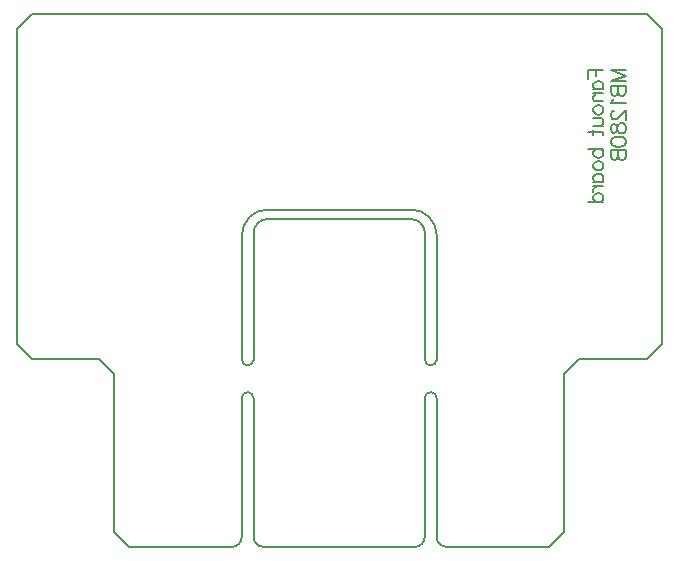
<source format=gbo>
G04 Layer_Color=32896*
%FSLAX43Y43*%
%MOMM*%
G71*
G01*
G75*
%ADD20C,0.127*%
%ADD48C,0.152*%
D20*
X33689Y-45085D02*
G03*
X34535Y-44239I0J846D01*
G01*
X20035D02*
G03*
X20881Y-45085I846J0D01*
G01*
X20035Y-32485D02*
G03*
X19035Y-32485I-500J0D01*
G01*
X18189Y-45085D02*
G03*
X19035Y-44239I-0J846D01*
G01*
X35535Y-32485D02*
G03*
X34535Y-32485I-500J0D01*
G01*
Y-29220D02*
G03*
X35535Y-29220I500J0D01*
G01*
Y-18669D02*
G03*
X33386Y-16520I-2149J0D01*
G01*
X34535Y-18510D02*
G03*
X33345Y-17320I-1190J0D01*
G01*
X21225D02*
G03*
X20035Y-18510I0J-1190D01*
G01*
X21229Y-16520D02*
G03*
X19035Y-18714I0J-2194D01*
G01*
Y-29220D02*
G03*
X20035Y-29220I500J0D01*
G01*
X35535Y-44239D02*
G03*
X36381Y-45085I846J0D01*
G01*
X54610Y-27940D02*
Y-1270D01*
X53340Y0D02*
X54610Y-1270D01*
X1270Y0D02*
X53340D01*
X46355Y-43815D02*
Y-30480D01*
X36381Y-45085D02*
X45085D01*
X46355Y-43815D01*
X8255D02*
Y-30480D01*
Y-43815D02*
X9525Y-45085D01*
X18189D01*
X0Y-27940D02*
Y-1270D01*
X1270Y0D01*
X20881Y-45085D02*
X33689D01*
X20035Y-44239D02*
Y-32520D01*
X19035Y-44239D02*
X19035Y-32520D01*
X35535D02*
X35535Y-44239D01*
X34535Y-44239D02*
Y-32520D01*
X46355Y-30480D02*
X47625Y-29210D01*
X53340D02*
X54610Y-27940D01*
X47625Y-29210D02*
X53340D01*
X0Y-27940D02*
X1270Y-29210D01*
X6985D01*
X8255Y-30480D01*
X35535Y-29220D02*
Y-18669D01*
X34535Y-29220D02*
Y-18510D01*
X21229Y-16520D02*
X33386D01*
X21225Y-17320D02*
X33345D01*
X20035Y-29220D02*
Y-18510D01*
X19035Y-29220D02*
Y-18714D01*
D48*
X50292Y-4699D02*
X51562D01*
X50292D02*
X51562Y-5183D01*
X50292Y-5666D02*
X51562Y-5183D01*
X50292Y-5666D02*
X51562D01*
X50292Y-6029D02*
X51562D01*
X50292D02*
Y-6573D01*
X50353Y-6755D01*
X50413Y-6815D01*
X50534Y-6876D01*
X50655D01*
X50776Y-6815D01*
X50836Y-6755D01*
X50897Y-6573D01*
Y-6029D02*
Y-6573D01*
X50957Y-6755D01*
X51018Y-6815D01*
X51139Y-6876D01*
X51320D01*
X51441Y-6815D01*
X51502Y-6755D01*
X51562Y-6573D01*
Y-6029D01*
X50534Y-7160D02*
X50474Y-7281D01*
X50292Y-7462D01*
X51562D01*
X50595Y-8151D02*
X50534D01*
X50413Y-8212D01*
X50353Y-8272D01*
X50292Y-8393D01*
Y-8635D01*
X50353Y-8756D01*
X50413Y-8817D01*
X50534Y-8877D01*
X50655D01*
X50776Y-8817D01*
X50957Y-8696D01*
X51562Y-8091D01*
Y-8937D01*
X50292Y-9524D02*
X50353Y-9343D01*
X50474Y-9282D01*
X50595D01*
X50716Y-9343D01*
X50776Y-9464D01*
X50836Y-9705D01*
X50897Y-9887D01*
X51018Y-10008D01*
X51139Y-10068D01*
X51320D01*
X51441Y-10008D01*
X51502Y-9947D01*
X51562Y-9766D01*
Y-9524D01*
X51502Y-9343D01*
X51441Y-9282D01*
X51320Y-9222D01*
X51139D01*
X51018Y-9282D01*
X50897Y-9403D01*
X50836Y-9584D01*
X50776Y-9826D01*
X50716Y-9947D01*
X50595Y-10008D01*
X50474D01*
X50353Y-9947D01*
X50292Y-9766D01*
Y-9524D01*
Y-10715D02*
X50353Y-10534D01*
X50534Y-10413D01*
X50836Y-10352D01*
X51018D01*
X51320Y-10413D01*
X51502Y-10534D01*
X51562Y-10715D01*
Y-10836D01*
X51502Y-11017D01*
X51320Y-11138D01*
X51018Y-11199D01*
X50836D01*
X50534Y-11138D01*
X50353Y-11017D01*
X50292Y-10836D01*
Y-10715D01*
Y-11483D02*
X51562D01*
X50292D02*
Y-12027D01*
X50353Y-12209D01*
X50413Y-12269D01*
X50534Y-12329D01*
X50655D01*
X50776Y-12269D01*
X50836Y-12209D01*
X50897Y-12027D01*
Y-11483D02*
Y-12027D01*
X50957Y-12209D01*
X51018Y-12269D01*
X51139Y-12329D01*
X51320D01*
X51441Y-12269D01*
X51502Y-12209D01*
X51562Y-12027D01*
Y-11483D01*
X48387Y-4699D02*
X49657D01*
X48387D02*
Y-5485D01*
X48992Y-4699D02*
Y-5183D01*
X48811Y-6356D02*
X49657D01*
X48992D02*
X48871Y-6235D01*
X48811Y-6114D01*
Y-5932D01*
X48871Y-5812D01*
X48992Y-5691D01*
X49173Y-5630D01*
X49294D01*
X49476Y-5691D01*
X49597Y-5812D01*
X49657Y-5932D01*
Y-6114D01*
X49597Y-6235D01*
X49476Y-6356D01*
X48811Y-6694D02*
X49657D01*
X49052D02*
X48871Y-6876D01*
X48811Y-6997D01*
Y-7178D01*
X48871Y-7299D01*
X49052Y-7359D01*
X49657D01*
X48811Y-7994D02*
X48871Y-7873D01*
X48992Y-7752D01*
X49173Y-7692D01*
X49294D01*
X49476Y-7752D01*
X49597Y-7873D01*
X49657Y-7994D01*
Y-8176D01*
X49597Y-8297D01*
X49476Y-8417D01*
X49294Y-8478D01*
X49173D01*
X48992Y-8417D01*
X48871Y-8297D01*
X48811Y-8176D01*
Y-7994D01*
Y-8756D02*
X49415D01*
X49597Y-8817D01*
X49657Y-8937D01*
Y-9119D01*
X49597Y-9240D01*
X49415Y-9421D01*
X48811D02*
X49657D01*
X48387Y-9935D02*
X49415D01*
X49597Y-9996D01*
X49657Y-10117D01*
Y-10237D01*
X48811Y-9754D02*
Y-10177D01*
X48387Y-11416D02*
X49657D01*
X48992D02*
X48871Y-11537D01*
X48811Y-11658D01*
Y-11840D01*
X48871Y-11961D01*
X48992Y-12082D01*
X49173Y-12142D01*
X49294D01*
X49476Y-12082D01*
X49597Y-11961D01*
X49657Y-11840D01*
Y-11658D01*
X49597Y-11537D01*
X49476Y-11416D01*
X48811Y-12716D02*
X48871Y-12595D01*
X48992Y-12475D01*
X49173Y-12414D01*
X49294D01*
X49476Y-12475D01*
X49597Y-12595D01*
X49657Y-12716D01*
Y-12898D01*
X49597Y-13019D01*
X49476Y-13140D01*
X49294Y-13200D01*
X49173D01*
X48992Y-13140D01*
X48871Y-13019D01*
X48811Y-12898D01*
Y-12716D01*
Y-14204D02*
X49657D01*
X48992D02*
X48871Y-14083D01*
X48811Y-13962D01*
Y-13781D01*
X48871Y-13660D01*
X48992Y-13539D01*
X49173Y-13478D01*
X49294D01*
X49476Y-13539D01*
X49597Y-13660D01*
X49657Y-13781D01*
Y-13962D01*
X49597Y-14083D01*
X49476Y-14204D01*
X48811Y-14542D02*
X49657D01*
X49173D02*
X48992Y-14603D01*
X48871Y-14724D01*
X48811Y-14845D01*
Y-15026D01*
X48387Y-15867D02*
X49657D01*
X48992D02*
X48871Y-15746D01*
X48811Y-15625D01*
Y-15443D01*
X48871Y-15322D01*
X48992Y-15201D01*
X49173Y-15141D01*
X49294D01*
X49476Y-15201D01*
X49597Y-15322D01*
X49657Y-15443D01*
Y-15625D01*
X49597Y-15746D01*
X49476Y-15867D01*
M02*

</source>
